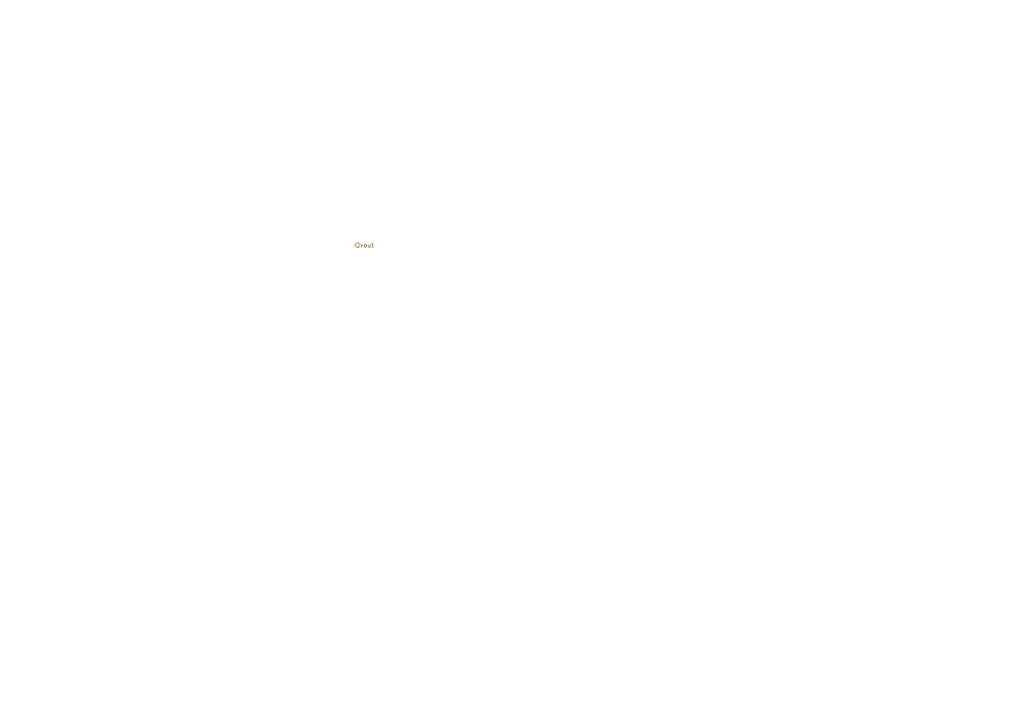
<source format=kicad_sch>
(kicad_sch (version 20230121) (generator eeschema)
  (paper "A4")
  (lib_symbols)
  (hierarchical_label "vout" (shape input) (at 102.87 71.12 0))
)
</source>
